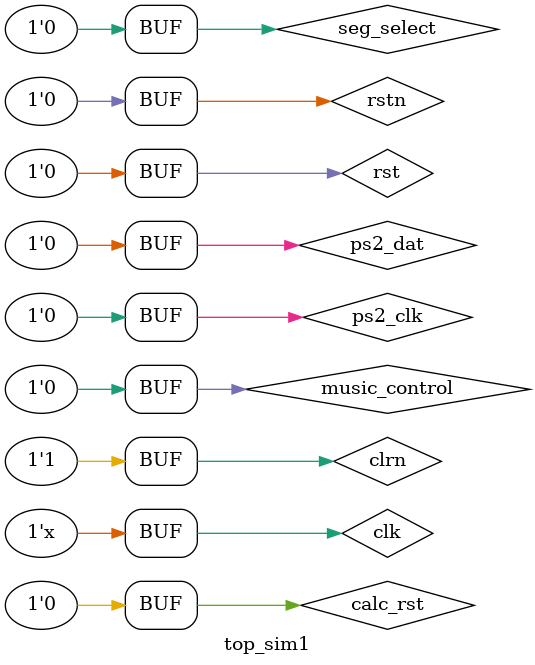
<source format=v>
`timescale 1ns / 1ps


module top_sim1;

	// Inputs
	reg clk;
	reg rst;
	reg calc_rst;
	reg clrn;
	reg rstn;
	reg music_control;
	reg ps2_clk;
	reg ps2_dat;
	reg seg_select;

	// Outputs
	wire [3:0] output_r;
	wire [3:0] output_g;
	wire [3:0] output_b;
	wire output_hs;
	wire output_vs;
	wire Buzzer;
	wire AUD_SD;
	wire speaker;
	wire SEGLED_CLK;
	wire SEGLED_CLR;
	wire SEGLED_DO;
	wire SEGLED_PEN;

	// Instantiate the Unit Under Test (UUT)
	top uut (
		.clk(clk), 
		.rst(rst), 
		.calc_rst(calc_rst), 
		.clrn(clrn), 
		.rstn(rstn), 
		.music_control(music_control), 
		.ps2_clk(ps2_clk), 
		.ps2_dat(ps2_dat), 
		.seg_select(seg_select), 
		.output_r(output_r), 
		.output_g(output_g), 
		.output_b(output_b), 
		.output_hs(output_hs), 
		.output_vs(output_vs), 
		.Buzzer(Buzzer), 
		.AUD_SD(AUD_SD), 
		.speaker(speaker), 
		.SEGLED_CLK(SEGLED_CLK), 
		.SEGLED_CLR(SEGLED_CLR), 
		.SEGLED_DO(SEGLED_DO), 
		.SEGLED_PEN(SEGLED_PEN)
	);

	initial begin
		// Initialize Inputs
		clk = 0;
		rst = 0;
		calc_rst = 0;
		clrn = 0;
		rstn = 0;
		music_control = 0;
		ps2_clk = 0;
		ps2_dat = 0;
		seg_select = 0;

		// Wait 100 ns for global reset to finish
		#100;
       	rst= 1; 
       	clrn= 1; 
		calc_rst = 1;
		// Add stimulus here
		#100;
		calc_rst = 0;
       	rst= 0; 
	end
	always begin
		#50;
		clk=~clk;
	end
      
endmodule


</source>
